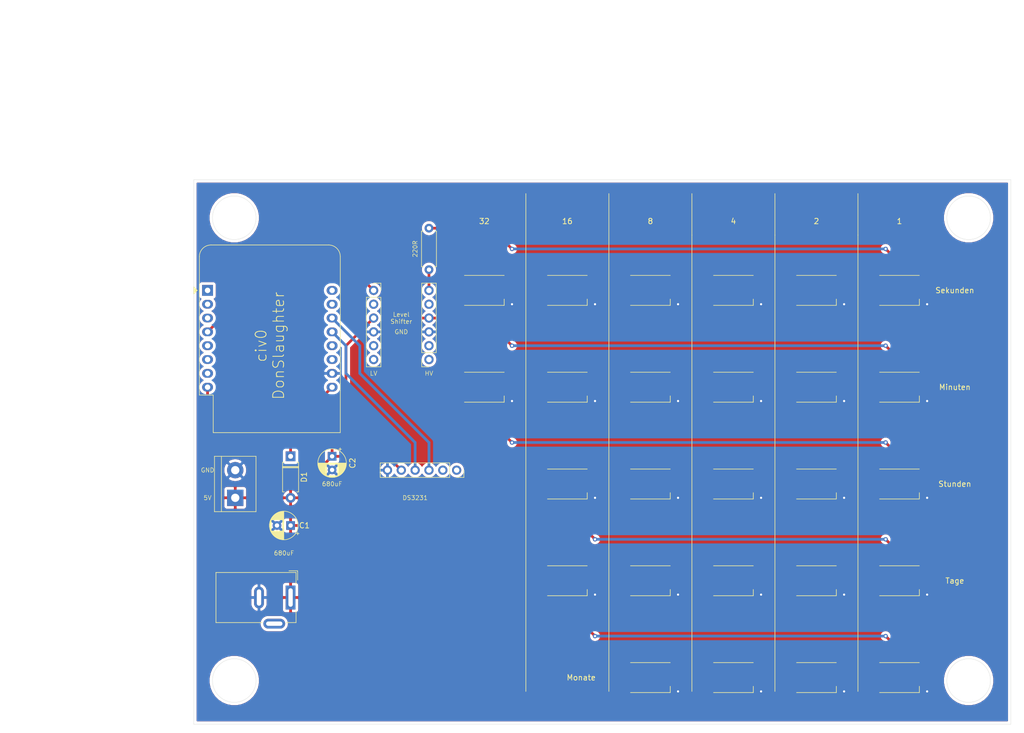
<source format=kicad_pcb>
(kicad_pcb (version 20171130) (host pcbnew 5.1.10)
  (layers (0 F.Cu signal) (31 B.Cu signal) (34 B.Paste user) (35 F.Paste user) (36 B.SilkS user) (37 F.SilkS user) (38 B.Mask user) (39 F.Mask user) (44 Edge.Cuts user))
  (net 0 "")
  (net 1 GND)
  (net 2 +5V)
  (net 3 +3V3)
  (net 4 "Net-(D1-Pad1)")
  (net 5 "Net-(D2-Pad2)")
  (net 6 "Net-(D2-Pad4)")
  (net 7 "Net-(D3-Pad2)")
  (net 8 "Net-(D4-Pad2)")
  (net 9 "Net-(D5-Pad2)")
  (net 10 "Net-(D6-Pad2)")
  (net 11 minutes)
  (net 12 "Net-(D8-Pad2)")
  (net 13 "Net-(D10-Pad4)")
  (net 14 "Net-(D10-Pad2)")
  (net 15 "Net-(D11-Pad2)")
  (net 16 "Net-(D12-Pad2)")
  (net 17 hours)
  (net 18 "Net-(D14-Pad2)")
  (net 19 "Net-(D15-Pad2)")
  (net 20 "Net-(D16-Pad2)")
  (net 21 "Net-(D17-Pad2)")
  (net 22 days)
  (net 23 "Net-(D19-Pad2)")
  (net 24 "Net-(D20-Pad2)")
  (net 25 "Net-(D21-Pad2)")
  (net 26 "Net-(D22-Pad2)")
  (net 27 month)
  (net 28 "Net-(D24-Pad2)")
  (net 29 "Net-(D25-Pad2)")
  (net 30 "Net-(D26-Pad2)")
  (net 31 "Net-(D27-Pad2)")
  (net 32 "Net-(J3-Pad6)")
  (net 33 "Net-(J3-Pad5)")
  (net 34 "Net-(J3-Pad2)")
  (net 35 LV_LED)
  (net 36 "Net-(J4-Pad1)")
  (net 37 "Net-(J4-Pad2)")
  (net 38 "Net-(J4-Pad5)")
  (net 39 HV_LED)
  (net 40 "Net-(U1-Pad2)")
  (net 41 "Net-(U1-Pad1)")
  (net 42 "Net-(U1-Pad3)")
  (net 43 "Net-(U1-Pad5)")
  (net 44 "Net-(U1-Pad6)")
  (net 45 "Net-(U1-Pad7)")
  (net 46 "Net-(U1-Pad11)")
  (net 47 "Net-(U1-Pad12)")
  (net 48 "Net-(U1-Pad15)")
  (net 49 "Net-(U1-Pad16)")
  (net 50 SDA)
  (net 51 SCL)
  (net 52 "Net-(J5-Pad2)")
  (net 53 "Net-(J5-Pad1)")
  (module Connector_PinSocket_2.54mm:PinSocket_1x06_P2.54mm_Vertical (layer F.Cu) (at 83.82 86.36 270)
    (fp_text reference J5)
    (fp_text value DS3231)
    (pad 6 thru_hole oval (at 0 12.7 270) (size 1.7 1.7) (drill 1) (layers *.Cu *.Mask) (net 1 GND))
    (pad 5 thru_hole oval (at 0 10.16 270) (size 1.7 1.7) (drill 1) (layers *.Cu *.Mask) (net 3 +3V3))
    (pad 4 thru_hole oval (at 0 7.62 270) (size 1.7 1.7) (drill 1) (layers *.Cu *.Mask) (net 50 SDA))
    (pad 3 thru_hole oval (at 0 5.08 270) (size 1.7 1.7) (drill 1) (layers *.Cu *.Mask) (net 51 SCL))
    (pad 2 thru_hole oval (at 0 2.54 270) (size 1.7 1.7) (drill 1) (layers *.Cu *.Mask) (net 52 "Net-(J5-Pad2)"))
    (pad 1 thru_hole circle (at 0 0 270) (size 1.7 1.7) (drill 1) (layers *.Cu *.Mask) (net 53 "Net-(J5-Pad1)"))
  )
  (module Capacitor_THT:CP_Radial_D5.0mm_P2.50mm (layer F.Cu) (at 53.34 96.52 180)
    (fp_text reference C1 (at -2.54 0) (layer F.SilkS))
    (fp_text value 680uF)
    (pad 2 thru_hole circle (at 2.5 0 180) (size 1.6 1.6) (drill 0.8) (layers *.Cu *.Mask) (net 1 GND))
    (pad 1 thru_hole rect (at 0 0 180) (size 1.6 1.6) (drill 0.8) (layers *.Cu *.Mask) (net 2 +5V))
  )
  (module Capacitor_THT:CP_Radial_D5.0mm_P2.50mm (layer F.Cu) (at 60.96 83.82 270)
    (fp_text reference C2 (at 1.25 -3.75 90) (layer F.SilkS))
    (fp_text value 680uF)
    (pad 1 thru_hole rect (at 0 0 270) (size 1.6 1.6) (drill 0.8) (layers *.Cu *.Mask) (net 3 +3V3))
    (pad 2 thru_hole circle (at 2.5 0 270) (size 1.6 1.6) (drill 0.8) (layers *.Cu *.Mask) (net 1 GND))
  )
  (module Diode_THT:D_A-405_P7.62mm_Horizontal (layer F.Cu) (at 53.34 83.82 270)
    (fp_text reference D1 (at 3.81 -2.47 90) (layer F.SilkS))
    (fp_text value D_Schottky)
    (pad 1 thru_hole rect (at 0 0 270) (size 1.8 1.8) (drill 0.9) (layers *.Cu *.Mask) (net 4 "Net-(D1-Pad1)"))
    (pad 2 thru_hole oval (at 7.62 0 270) (size 1.8 1.8) (drill 0.9) (layers *.Cu *.Mask) (net 2 +5V))
  )
  (module LED_SMD:LED_WS2812B_PLCC4_5.0x5.0mm_P3.2mm (layer F.Cu) (at 165.1 53.34)
    (fp_text reference D2)
    (fp_text value WS2812B)
    (pad 1 smd rect (at -2.45 -1.6) (size 1.5 1) (layers F.Cu F.Paste F.Mask) (net 2 +5V))
    (pad 2 smd rect (at -2.45 1.6) (size 1.5 1) (layers F.Cu F.Paste F.Mask) (net 5 "Net-(D2-Pad2)"))
    (pad 4 smd rect (at 2.45 -1.6) (size 1.5 1) (layers F.Cu F.Paste F.Mask) (net 6 "Net-(D2-Pad4)"))
    (pad 3 smd rect (at 2.45 1.6) (size 1.5 1) (layers F.Cu F.Paste F.Mask) (net 1 GND))
  )
  (module LED_SMD:LED_WS2812B_PLCC4_5.0x5.0mm_P3.2mm (layer F.Cu) (at 149.86 53.34)
    (fp_text reference D3)
    (fp_text value WS2812B)
    (pad 3 smd rect (at 2.45 1.6) (size 1.5 1) (layers F.Cu F.Paste F.Mask) (net 1 GND))
    (pad 4 smd rect (at 2.45 -1.6) (size 1.5 1) (layers F.Cu F.Paste F.Mask) (net 5 "Net-(D2-Pad2)"))
    (pad 2 smd rect (at -2.45 1.6) (size 1.5 1) (layers F.Cu F.Paste F.Mask) (net 7 "Net-(D3-Pad2)"))
    (pad 1 smd rect (at -2.45 -1.6) (size 1.5 1) (layers F.Cu F.Paste F.Mask) (net 2 +5V))
  )
  (module LED_SMD:LED_WS2812B_PLCC4_5.0x5.0mm_P3.2mm (layer F.Cu) (at 134.62 53.34)
    (fp_text reference D4)
    (fp_text value WS2812B)
    (pad 3 smd rect (at 2.45 1.6) (size 1.5 1) (layers F.Cu F.Paste F.Mask) (net 1 GND))
    (pad 4 smd rect (at 2.45 -1.6) (size 1.5 1) (layers F.Cu F.Paste F.Mask) (net 7 "Net-(D3-Pad2)"))
    (pad 2 smd rect (at -2.45 1.6) (size 1.5 1) (layers F.Cu F.Paste F.Mask) (net 8 "Net-(D4-Pad2)"))
    (pad 1 smd rect (at -2.45 -1.6) (size 1.5 1) (layers F.Cu F.Paste F.Mask) (net 2 +5V))
  )
  (module LED_SMD:LED_WS2812B_PLCC4_5.0x5.0mm_P3.2mm (layer F.Cu) (at 119.38 53.34)
    (fp_text reference D5)
    (fp_text value WS2812B)
    (pad 1 smd rect (at -2.45 -1.6) (size 1.5 1) (layers F.Cu F.Paste F.Mask) (net 2 +5V))
    (pad 2 smd rect (at -2.45 1.6) (size 1.5 1) (layers F.Cu F.Paste F.Mask) (net 9 "Net-(D5-Pad2)"))
    (pad 4 smd rect (at 2.45 -1.6) (size 1.5 1) (layers F.Cu F.Paste F.Mask) (net 8 "Net-(D4-Pad2)"))
    (pad 3 smd rect (at 2.45 1.6) (size 1.5 1) (layers F.Cu F.Paste F.Mask) (net 1 GND))
  )
  (module LED_SMD:LED_WS2812B_PLCC4_5.0x5.0mm_P3.2mm (layer F.Cu) (at 104.14 53.34)
    (fp_text reference D6)
    (fp_text value WS2812B)
    (pad 1 smd rect (at -2.45 -1.6) (size 1.5 1) (layers F.Cu F.Paste F.Mask) (net 2 +5V))
    (pad 2 smd rect (at -2.45 1.6) (size 1.5 1) (layers F.Cu F.Paste F.Mask) (net 10 "Net-(D6-Pad2)"))
    (pad 4 smd rect (at 2.45 -1.6) (size 1.5 1) (layers F.Cu F.Paste F.Mask) (net 9 "Net-(D5-Pad2)"))
    (pad 3 smd rect (at 2.45 1.6) (size 1.5 1) (layers F.Cu F.Paste F.Mask) (net 1 GND))
  )
  (module LED_SMD:LED_WS2812B_PLCC4_5.0x5.0mm_P3.2mm (layer F.Cu) (at 88.9 53.34)
    (fp_text reference D7)
    (fp_text value WS2812B)
    (pad 3 smd rect (at 2.45 1.6) (size 1.5 1) (layers F.Cu F.Paste F.Mask) (net 1 GND))
    (pad 4 smd rect (at 2.45 -1.6) (size 1.5 1) (layers F.Cu F.Paste F.Mask) (net 10 "Net-(D6-Pad2)"))
    (pad 2 smd rect (at -2.45 1.6) (size 1.5 1) (layers F.Cu F.Paste F.Mask) (net 11 minutes))
    (pad 1 smd rect (at -2.45 -1.6) (size 1.5 1) (layers F.Cu F.Paste F.Mask) (net 2 +5V))
  )
  (module LED_SMD:LED_WS2812B_PLCC4_5.0x5.0mm_P3.2mm (layer F.Cu) (at 165.1 71.12)
    (fp_text reference D8)
    (fp_text value WS2812B)
    (pad 1 smd rect (at -2.45 -1.6) (size 1.5 1) (layers F.Cu F.Paste F.Mask) (net 2 +5V))
    (pad 2 smd rect (at -2.45 1.6) (size 1.5 1) (layers F.Cu F.Paste F.Mask) (net 12 "Net-(D8-Pad2)"))
    (pad 4 smd rect (at 2.45 -1.6) (size 1.5 1) (layers F.Cu F.Paste F.Mask) (net 11 minutes))
    (pad 3 smd rect (at 2.45 1.6) (size 1.5 1) (layers F.Cu F.Paste F.Mask) (net 1 GND))
  )
  (module LED_SMD:LED_WS2812B_PLCC4_5.0x5.0mm_P3.2mm (layer F.Cu) (at 149.86 71.12)
    (fp_text reference D9)
    (fp_text value WS2812B)
    (pad 1 smd rect (at -2.45 -1.6) (size 1.5 1) (layers F.Cu F.Paste F.Mask) (net 2 +5V))
    (pad 2 smd rect (at -2.45 1.6) (size 1.5 1) (layers F.Cu F.Paste F.Mask) (net 13 "Net-(D10-Pad4)"))
    (pad 4 smd rect (at 2.45 -1.6) (size 1.5 1) (layers F.Cu F.Paste F.Mask) (net 12 "Net-(D8-Pad2)"))
    (pad 3 smd rect (at 2.45 1.6) (size 1.5 1) (layers F.Cu F.Paste F.Mask) (net 1 GND))
  )
  (module LED_SMD:LED_WS2812B_PLCC4_5.0x5.0mm_P3.2mm (layer F.Cu) (at 134.62 71.12)
    (fp_text reference D10)
    (fp_text value WS2812B)
    (pad 3 smd rect (at 2.45 1.6) (size 1.5 1) (layers F.Cu F.Paste F.Mask) (net 1 GND))
    (pad 4 smd rect (at 2.45 -1.6) (size 1.5 1) (layers F.Cu F.Paste F.Mask) (net 13 "Net-(D10-Pad4)"))
    (pad 2 smd rect (at -2.45 1.6) (size 1.5 1) (layers F.Cu F.Paste F.Mask) (net 14 "Net-(D10-Pad2)"))
    (pad 1 smd rect (at -2.45 -1.6) (size 1.5 1) (layers F.Cu F.Paste F.Mask) (net 2 +5V))
  )
  (module LED_SMD:LED_WS2812B_PLCC4_5.0x5.0mm_P3.2mm (layer F.Cu) (at 119.38 71.12)
    (fp_text reference D11)
    (fp_text value WS2812B)
    (pad 1 smd rect (at -2.45 -1.6) (size 1.5 1) (layers F.Cu F.Paste F.Mask) (net 2 +5V))
    (pad 2 smd rect (at -2.45 1.6) (size 1.5 1) (layers F.Cu F.Paste F.Mask) (net 15 "Net-(D11-Pad2)"))
    (pad 4 smd rect (at 2.45 -1.6) (size 1.5 1) (layers F.Cu F.Paste F.Mask) (net 14 "Net-(D10-Pad2)"))
    (pad 3 smd rect (at 2.45 1.6) (size 1.5 1) (layers F.Cu F.Paste F.Mask) (net 1 GND))
  )
  (module LED_SMD:LED_WS2812B_PLCC4_5.0x5.0mm_P3.2mm (layer F.Cu) (at 104.14 71.12)
    (fp_text reference D12)
    (fp_text value WS2812B)
    (pad 3 smd rect (at 2.45 1.6) (size 1.5 1) (layers F.Cu F.Paste F.Mask) (net 1 GND))
    (pad 4 smd rect (at 2.45 -1.6) (size 1.5 1) (layers F.Cu F.Paste F.Mask) (net 15 "Net-(D11-Pad2)"))
    (pad 2 smd rect (at -2.45 1.6) (size 1.5 1) (layers F.Cu F.Paste F.Mask) (net 16 "Net-(D12-Pad2)"))
    (pad 1 smd rect (at -2.45 -1.6) (size 1.5 1) (layers F.Cu F.Paste F.Mask) (net 2 +5V))
  )
  (module LED_SMD:LED_WS2812B_PLCC4_5.0x5.0mm_P3.2mm (layer F.Cu) (at 88.9 71.12)
    (fp_text reference D13)
    (fp_text value WS2812B)
    (pad 1 smd rect (at -2.45 -1.6) (size 1.5 1) (layers F.Cu F.Paste F.Mask) (net 2 +5V))
    (pad 2 smd rect (at -2.45 1.6) (size 1.5 1) (layers F.Cu F.Paste F.Mask) (net 17 hours))
    (pad 4 smd rect (at 2.45 -1.6) (size 1.5 1) (layers F.Cu F.Paste F.Mask) (net 16 "Net-(D12-Pad2)"))
    (pad 3 smd rect (at 2.45 1.6) (size 1.5 1) (layers F.Cu F.Paste F.Mask) (net 1 GND))
  )
  (module LED_SMD:LED_WS2812B_PLCC4_5.0x5.0mm_P3.2mm (layer F.Cu) (at 165.1 88.9)
    (fp_text reference D14)
    (fp_text value WS2812B)
    (pad 3 smd rect (at 2.45 1.6) (size 1.5 1) (layers F.Cu F.Paste F.Mask) (net 1 GND))
    (pad 4 smd rect (at 2.45 -1.6) (size 1.5 1) (layers F.Cu F.Paste F.Mask) (net 17 hours))
    (pad 2 smd rect (at -2.45 1.6) (size 1.5 1) (layers F.Cu F.Paste F.Mask) (net 18 "Net-(D14-Pad2)"))
    (pad 1 smd rect (at -2.45 -1.6) (size 1.5 1) (layers F.Cu F.Paste F.Mask) (net 2 +5V))
  )
  (module LED_SMD:LED_WS2812B_PLCC4_5.0x5.0mm_P3.2mm (layer F.Cu) (at 149.86 88.9)
    (fp_text reference D15)
    (fp_text value WS2812B)
    (pad 1 smd rect (at -2.45 -1.6) (size 1.5 1) (layers F.Cu F.Paste F.Mask) (net 2 +5V))
    (pad 2 smd rect (at -2.45 1.6) (size 1.5 1) (layers F.Cu F.Paste F.Mask) (net 19 "Net-(D15-Pad2)"))
    (pad 4 smd rect (at 2.45 -1.6) (size 1.5 1) (layers F.Cu F.Paste F.Mask) (net 18 "Net-(D14-Pad2)"))
    (pad 3 smd rect (at 2.45 1.6) (size 1.5 1) (layers F.Cu F.Paste F.Mask) (net 1 GND))
  )
  (module LED_SMD:LED_WS2812B_PLCC4_5.0x5.0mm_P3.2mm (layer F.Cu) (at 134.62 88.9)
    (fp_text reference D16)
    (fp_text value WS2812B)
    (pad 3 smd rect (at 2.45 1.6) (size 1.5 1) (layers F.Cu F.Paste F.Mask) (net 1 GND))
    (pad 4 smd rect (at 2.45 -1.6) (size 1.5 1) (layers F.Cu F.Paste F.Mask) (net 19 "Net-(D15-Pad2)"))
    (pad 2 smd rect (at -2.45 1.6) (size 1.5 1) (layers F.Cu F.Paste F.Mask) (net 20 "Net-(D16-Pad2)"))
    (pad 1 smd rect (at -2.45 -1.6) (size 1.5 1) (layers F.Cu F.Paste F.Mask) (net 2 +5V))
  )
  (module LED_SMD:LED_WS2812B_PLCC4_5.0x5.0mm_P3.2mm (layer F.Cu) (at 119.38 88.9)
    (fp_text reference D17)
    (fp_text value WS2812B)
    (pad 3 smd rect (at 2.45 1.6) (size 1.5 1) (layers F.Cu F.Paste F.Mask) (net 1 GND))
    (pad 4 smd rect (at 2.45 -1.6) (size 1.5 1) (layers F.Cu F.Paste F.Mask) (net 20 "Net-(D16-Pad2)"))
    (pad 2 smd rect (at -2.45 1.6) (size 1.5 1) (layers F.Cu F.Paste F.Mask) (net 21 "Net-(D17-Pad2)"))
    (pad 1 smd rect (at -2.45 -1.6) (size 1.5 1) (layers F.Cu F.Paste F.Mask) (net 2 +5V))
  )
  (module LED_SMD:LED_WS2812B_PLCC4_5.0x5.0mm_P3.2mm (layer F.Cu) (at 104.14 88.9)
    (fp_text reference D18)
    (fp_text value WS2812B)
    (pad 3 smd rect (at 2.45 1.6) (size 1.5 1) (layers F.Cu F.Paste F.Mask) (net 1 GND))
    (pad 4 smd rect (at 2.45 -1.6) (size 1.5 1) (layers F.Cu F.Paste F.Mask) (net 21 "Net-(D17-Pad2)"))
    (pad 2 smd rect (at -2.45 1.6) (size 1.5 1) (layers F.Cu F.Paste F.Mask) (net 22 days))
    (pad 1 smd rect (at -2.45 -1.6) (size 1.5 1) (layers F.Cu F.Paste F.Mask) (net 2 +5V))
  )
  (module LED_SMD:LED_WS2812B_PLCC4_5.0x5.0mm_P3.2mm (layer F.Cu) (at 165.1 106.68)
    (fp_text reference D19)
    (fp_text value WS2812B)
    (pad 1 smd rect (at -2.45 -1.6) (size 1.5 1) (layers F.Cu F.Paste F.Mask) (net 2 +5V))
    (pad 2 smd rect (at -2.45 1.6) (size 1.5 1) (layers F.Cu F.Paste F.Mask) (net 23 "Net-(D19-Pad2)"))
    (pad 4 smd rect (at 2.45 -1.6) (size 1.5 1) (layers F.Cu F.Paste F.Mask) (net 22 days))
    (pad 3 smd rect (at 2.45 1.6) (size 1.5 1) (layers F.Cu F.Paste F.Mask) (net 1 GND))
  )
  (module LED_SMD:LED_WS2812B_PLCC4_5.0x5.0mm_P3.2mm (layer F.Cu) (at 149.86 106.68)
    (fp_text reference D20)
    (fp_text value WS2812B)
    (pad 3 smd rect (at 2.45 1.6) (size 1.5 1) (layers F.Cu F.Paste F.Mask) (net 1 GND))
    (pad 4 smd rect (at 2.45 -1.6) (size 1.5 1) (layers F.Cu F.Paste F.Mask) (net 23 "Net-(D19-Pad2)"))
    (pad 2 smd rect (at -2.45 1.6) (size 1.5 1) (layers F.Cu F.Paste F.Mask) (net 24 "Net-(D20-Pad2)"))
    (pad 1 smd rect (at -2.45 -1.6) (size 1.5 1) (layers F.Cu F.Paste F.Mask) (net 2 +5V))
  )
  (module LED_SMD:LED_WS2812B_PLCC4_5.0x5.0mm_P3.2mm (layer F.Cu) (at 134.62 106.68)
    (fp_text reference D21)
    (fp_text value WS2812B)
    (pad 1 smd rect (at -2.45 -1.6) (size 1.5 1) (layers F.Cu F.Paste F.Mask) (net 2 +5V))
    (pad 2 smd rect (at -2.45 1.6) (size 1.5 1) (layers F.Cu F.Paste F.Mask) (net 25 "Net-(D21-Pad2)"))
    (pad 4 smd rect (at 2.45 -1.6) (size 1.5 1) (layers F.Cu F.Paste F.Mask) (net 24 "Net-(D20-Pad2)"))
    (pad 3 smd rect (at 2.45 1.6) (size 1.5 1) (layers F.Cu F.Paste F.Mask) (net 1 GND))
  )
  (module LED_SMD:LED_WS2812B_PLCC4_5.0x5.0mm_P3.2mm (layer F.Cu) (at 119.38 106.68)
    (fp_text reference D22)
    (fp_text value WS2812B)
    (pad 3 smd rect (at 2.45 1.6) (size 1.5 1) (layers F.Cu F.Paste F.Mask) (net 1 GND))
    (pad 4 smd rect (at 2.45 -1.6) (size 1.5 1) (layers F.Cu F.Paste F.Mask) (net 25 "Net-(D21-Pad2)"))
    (pad 2 smd rect (at -2.45 1.6) (size 1.5 1) (layers F.Cu F.Paste F.Mask) (net 26 "Net-(D22-Pad2)"))
    (pad 1 smd rect (at -2.45 -1.6) (size 1.5 1) (layers F.Cu F.Paste F.Mask) (net 2 +5V))
  )
  (module LED_SMD:LED_WS2812B_PLCC4_5.0x5.0mm_P3.2mm (layer F.Cu) (at 104.14 106.68)
    (fp_text reference D23)
    (fp_text value WS2812B)
    (pad 1 smd rect (at -2.45 -1.6) (size 1.5 1) (layers F.Cu F.Paste F.Mask) (net 2 +5V))
    (pad 2 smd rect (at -2.45 1.6) (size 1.5 1) (layers F.Cu F.Paste F.Mask) (net 27 month))
    (pad 4 smd rect (at 2.45 -1.6) (size 1.5 1) (layers F.Cu F.Paste F.Mask) (net 26 "Net-(D22-Pad2)"))
    (pad 3 smd rect (at 2.45 1.6) (size 1.5 1) (layers F.Cu F.Paste F.Mask) (net 1 GND))
  )
  (module LED_SMD:LED_WS2812B_PLCC4_5.0x5.0mm_P3.2mm (layer F.Cu) (at 165.1 124.46)
    (fp_text reference D24)
    (fp_text value WS2812B)
    (pad 1 smd rect (at -2.45 -1.6) (size 1.5 1) (layers F.Cu F.Paste F.Mask) (net 2 +5V))
    (pad 2 smd rect (at -2.45 1.6) (size 1.5 1) (layers F.Cu F.Paste F.Mask) (net 28 "Net-(D24-Pad2)"))
    (pad 4 smd rect (at 2.45 -1.6) (size 1.5 1) (layers F.Cu F.Paste F.Mask) (net 27 month))
    (pad 3 smd rect (at 2.45 1.6) (size 1.5 1) (layers F.Cu F.Paste F.Mask) (net 1 GND))
  )
  (module LED_SMD:LED_WS2812B_PLCC4_5.0x5.0mm_P3.2mm (layer F.Cu) (at 149.86 124.46)
    (fp_text reference D25)
    (fp_text value WS2812B)
    (pad 3 smd rect (at 2.45 1.6) (size 1.5 1) (layers F.Cu F.Paste F.Mask) (net 1 GND))
    (pad 4 smd rect (at 2.45 -1.6) (size 1.5 1) (layers F.Cu F.Paste F.Mask) (net 28 "Net-(D24-Pad2)"))
    (pad 2 smd rect (at -2.45 1.6) (size 1.5 1) (layers F.Cu F.Paste F.Mask) (net 29 "Net-(D25-Pad2)"))
    (pad 1 smd rect (at -2.45 -1.6) (size 1.5 1) (layers F.Cu F.Paste F.Mask) (net 2 +5V))
  )
  (module LED_SMD:LED_WS2812B_PLCC4_5.0x5.0mm_P3.2mm (layer F.Cu) (at 134.62 124.46)
    (fp_text reference D26)
    (fp_text value WS2812B)
    (pad 3 smd rect (at 2.45 1.6) (size 1.5 1) (layers F.Cu F.Paste F.Mask) (net 1 GND))
    (pad 4 smd rect (at 2.45 -1.6) (size 1.5 1) (layers F.Cu F.Paste F.Mask) (net 29 "Net-(D25-Pad2)"))
    (pad 2 smd rect (at -2.45 1.6) (size 1.5 1) (layers F.Cu F.Paste F.Mask) (net 30 "Net-(D26-Pad2)"))
    (pad 1 smd rect (at -2.45 -1.6) (size 1.5 1) (layers F.Cu F.Paste F.Mask) (net 2 +5V))
  )
  (module LED_SMD:LED_WS2812B_PLCC4_5.0x5.0mm_P3.2mm (layer F.Cu) (at 119.38 124.46)
    (fp_text reference D27)
    (fp_text value WS2812B)
    (pad 1 smd rect (at -2.45 -1.6) (size 1.5 1) (layers F.Cu F.Paste F.Mask) (net 2 +5V))
    (pad 2 smd rect (at -2.45 1.6) (size 1.5 1) (layers F.Cu F.Paste F.Mask) (net 31 "Net-(D27-Pad2)"))
    (pad 4 smd rect (at 2.45 -1.6) (size 1.5 1) (layers F.Cu F.Paste F.Mask) (net 30 "Net-(D26-Pad2)"))
    (pad 3 smd rect (at 2.45 1.6) (size 1.5 1) (layers F.Cu F.Paste F.Mask) (net 1 GND))
  )
  (module Connector_BarrelJack:BarrelJack_Wuerth_6941xx301002 (layer F.Cu) (at 53.34 109.7534 270)
    (fp_text reference J1)
    (fp_text value Barrel_Jack)
    (pad 3 thru_hole oval (at 4.8 3) (size 4 1.8) (drill oval 3 0.8) (layers *.Cu *.Mask))
    (pad 2 thru_hole oval (at 0 5.8 270) (size 4 1.8) (drill oval 3 0.8) (layers *.Cu *.Mask) (net 1 GND))
    (pad 1 thru_hole rect (at 0 0 270) (size 4.4 1.8) (drill oval 3.4 0.8) (layers *.Cu *.Mask) (net 2 +5V))
  )
  (module TerminalBlock:TerminalBlock_bornier-2_P5.08mm (layer F.Cu) (at 43.18 86.36 270)
    (fp_text reference J2)
    (fp_text value Screw_Terminal_01x02)
    (pad 1 thru_hole circle (at 0 0 270) (size 3 3) (drill 1.52) (layers *.Cu *.Mask) (net 1 GND))
    (pad 2 thru_hole rect (at 5.08 0 270) (size 3 3) (drill 1.52) (layers *.Cu *.Mask) (net 2 +5V))
  )
  (module Connector_PinSocket_2.54mm:PinSocket_1x06_P2.54mm_Vertical (layer F.Cu) (at 68.58 53.34)
    (fp_text reference J3)
    (fp_text value LevelShifter_LV)
    (pad 6 thru_hole oval (at 0 12.7) (size 1.7 1.7) (drill 1) (layers *.Cu *.Mask) (net 32 "Net-(J3-Pad6)"))
    (pad 5 thru_hole oval (at 0 10.16) (size 1.7 1.7) (drill 1) (layers *.Cu *.Mask) (net 33 "Net-(J3-Pad5)"))
    (pad 4 thru_hole oval (at 0 7.62) (size 1.7 1.7) (drill 1) (layers *.Cu *.Mask) (net 1 GND))
    (pad 3 thru_hole oval (at 0 5.08) (size 1.7 1.7) (drill 1) (layers *.Cu *.Mask) (net 3 +3V3))
    (pad 2 thru_hole oval (at 0 2.54) (size 1.7 1.7) (drill 1) (layers *.Cu *.Mask) (net 34 "Net-(J3-Pad2)"))
    (pad 1 thru_hole circle (at 0 0) (size 1.7 1.7) (drill 1) (layers *.Cu *.Mask) (net 35 LV_LED))
  )
  (module Connector_PinSocket_2.54mm:PinSocket_1x06_P2.54mm_Vertical (layer F.Cu) (at 78.74 66.04 180)
    (fp_text reference J4)
    (fp_text value LevelShifter_HV)
    (pad 1 thru_hole circle (at 0 0 180) (size 1.7 1.7) (drill 1) (layers *.Cu *.Mask) (net 36 "Net-(J4-Pad1)"))
    (pad 2 thru_hole oval (at 0 2.54 180) (size 1.7 1.7) (drill 1) (layers *.Cu *.Mask) (net 37 "Net-(J4-Pad2)"))
    (pad 3 thru_hole oval (at 0 5.08 180) (size 1.7 1.7) (drill 1) (layers *.Cu *.Mask) (net 1 GND))
    (pad 4 thru_hole oval (at 0 7.62 180) (size 1.7 1.7) (drill 1) (layers *.Cu *.Mask) (net 2 +5V))
    (pad 5 thru_hole oval (at 0 10.16 180) (size 1.7 1.7) (drill 1) (layers *.Cu *.Mask) (net 38 "Net-(J4-Pad5)"))
    (pad 6 thru_hole oval (at 0 12.7 180) (size 1.7 1.7) (drill 1) (layers *.Cu *.Mask) (net 39 HV_LED))
  )
  (module Resistor_THT:R_Axial_DIN0207_L6.3mm_D2.5mm_P7.62mm_Horizontal (layer F.Cu) (at 78.74 41.91 270)
    (fp_text reference R1)
    (fp_text value 220R)
    (pad 1 thru_hole circle (at 0 0 270) (size 1.6 1.6) (drill 0.8) (layers *.Cu *.Mask) (net 6 "Net-(D2-Pad4)"))
    (pad 2 thru_hole oval (at 7.62 0 270) (size 1.6 1.6) (drill 0.8) (layers *.Cu *.Mask) (net 39 HV_LED))
  )
  (module Module:WEMOS_D1_mini_light (layer F.Cu) (at 38.1 53.34)
    (fp_text reference U1)
    (fp_text value WeMos_D1_mini)
    (pad 2 thru_hole oval (at 0 2.54) (size 2 1.6) (drill 1) (layers *.Cu *.Mask) (net 40 "Net-(U1-Pad2)"))
    (pad 1 thru_hole rect (at 0 0) (size 2 2) (drill 1) (layers *.Cu *.Mask) (net 41 "Net-(U1-Pad1)"))
    (pad 3 thru_hole oval (at 0 5.08) (size 2 1.6) (drill 1) (layers *.Cu *.Mask) (net 42 "Net-(U1-Pad3)"))
    (pad 4 thru_hole oval (at 0 7.62) (size 2 1.6) (drill 1) (layers *.Cu *.Mask) (net 35 LV_LED))
    (pad 5 thru_hole oval (at 0 10.16) (size 2 1.6) (drill 1) (layers *.Cu *.Mask) (net 43 "Net-(U1-Pad5)"))
    (pad 6 thru_hole oval (at 0 12.7) (size 2 1.6) (drill 1) (layers *.Cu *.Mask) (net 44 "Net-(U1-Pad6)"))
    (pad 7 thru_hole oval (at 0 15.24) (size 2 1.6) (drill 1) (layers *.Cu *.Mask) (net 45 "Net-(U1-Pad7)"))
    (pad 8 thru_hole oval (at 0 17.78) (size 2 1.6) (drill 1) (layers *.Cu *.Mask) (net 3 +3V3))
    (pad 9 thru_hole oval (at 22.86 17.78) (size 2 1.6) (drill 1) (layers *.Cu *.Mask) (net 4 "Net-(D1-Pad1)"))
    (pad 10 thru_hole oval (at 22.86 15.24) (size 2 1.6) (drill 1) (layers *.Cu *.Mask) (net 1 GND))
    (pad 11 thru_hole oval (at 22.86 12.7) (size 2 1.6) (drill 1) (layers *.Cu *.Mask) (net 46 "Net-(U1-Pad11)"))
    (pad 12 thru_hole oval (at 22.86 10.16) (size 2 1.6) (drill 1) (layers *.Cu *.Mask) (net 47 "Net-(U1-Pad12)"))
    (pad 13 thru_hole oval (at 22.86 7.62) (size 2 1.6) (drill 1) (layers *.Cu *.Mask) (net 50 SDA))
    (pad 14 thru_hole oval (at 22.86 5.08) (size 2 1.6) (drill 1) (layers *.Cu *.Mask) (net 51 SCL))
    (pad 15 thru_hole oval (at 22.86 2.54) (size 2 1.6) (drill 1) (layers *.Cu *.Mask) (net 48 "Net-(U1-Pad15)"))
    (pad 16 thru_hole oval (at 22.86 0) (size 2 1.6) (drill 1) (layers *.Cu *.Mask) (net 49 "Net-(U1-Pad16)"))
  )
  (gr_text 680uF (at 52.134887 101.6) (layer F.SilkS) (effects (font (size 0.8 0.8) (thickness 0.1))))
  (gr_text 680uF (at 60.96 88.9) (layer F.SilkS) (effects (font (size 0.8 0.8) (thickness 0.1))))
  (gr_text 220R (at 76.2 45.72 90) (layer F.SilkS) (effects (font (size 0.8 0.8) (thickness 0.1))))
  (gr_text GND (at 38.1 86.36) (layer F.SilkS) (effects (font (size 0.8 0.8) (thickness 0.1))))
  (gr_text 5V (at 38.1 91.44) (layer F.SilkS) (effects (font (size 0.8 0.8) (thickness 0.1))))
  (gr_text GND (at 73.66 60.96) (layer F.SilkS) (effects (font (size 0.8 0.8) (thickness 0.1))))
  (gr_text HV (at 78.74 68.58) (layer F.SilkS) (effects (font (size 0.8 0.8) (thickness 0.1))))
  (gr_text LV (at 68.58 68.58) (layer F.SilkS) (effects (font (size 0.8 0.8) (thickness 0.1))))
  (gr_text "Level\nShifter" (at 73.66 58.42) (layer F.SilkS) (effects (font (size 0.8 0.8) (thickness 0.1))))
  (gr_text DS3231 (at 76.2 91.44) (layer F.SilkS) (effects (font (size 0.8 0.8) (thickness 0.1))))
  (gr_text "civ0\nDonSlaughter" (at 49.53 63.5 90) (layer F.SilkS) (effects (font (size 2 2))))
  (gr_text 32 (at 88.9 40.64) (layer F.SilkS) (effects (font (size 1 1))))
  (gr_text 16 (at 104.14 40.64) (layer F.SilkS) (effects (font (size 1 1))))
  (gr_text 8 (at 119.38 40.64) (layer F.SilkS) (effects (font (size 1 1))))
  (gr_text 4 (at 134.62 40.64) (layer F.SilkS) (effects (font (size 1 1))))
  (gr_text 2 (at 149.86 40.64) (layer F.SilkS) (effects (font (size 1 1))))
  (gr_text 1 (at 165.1 40.64) (layer F.SilkS) (effects (font (size 1 1))))
  (gr_line (start 96.52 35.56) (end 96.52 127) (layer F.SilkS) (width 0.12))
  (gr_line (start 111.76 35.56) (end 111.76 127) (layer F.SilkS) (width 0.12))
  (gr_line (start 127 35.56) (end 127 43.18) (layer F.SilkS) (width 0.12))
  (gr_line (start 142.24 43.18) (end 142.24 35.56) (layer F.SilkS) (width 0.12))
  (gr_line (start 157.48 43.18) (end 157.48 35.56) (layer F.SilkS) (width 0.12))
  (gr_line (start 127 127) (end 127 43.18) (layer F.SilkS) (width 0.12))
  (gr_line (start 142.24 43.18) (end 142.24 127) (layer F.SilkS) (width 0.12))
  (gr_line (start 157.48 127) (end 157.48 43.18) (layer F.SilkS) (width 0.12))
  (gr_text Monate (at 106.68 124.46) (layer F.SilkS) (effects (font (size 1 1))))
  (gr_text Tage (at 175.26 106.68) (layer F.SilkS) (effects (font (size 1 1))))
  (gr_text Stunden (at 175.26 88.9) (layer F.SilkS) (effects (font (size 1 1))))
  (gr_text Minuten (at 175.26 71.12) (layer F.SilkS) (effects (font (size 1 1))))
  (gr_text Sekunden (at 175.26 53.34) (layer F.SilkS) (effects (font (size 1 1))))
  (gr_circle (center 177.8 125) (end 181.8 125) (layer Edge.Cuts) (width 0.05))
  (gr_circle (center 177.8 40) (end 181.8 40) (layer Edge.Cuts) (width 0.05))
  (gr_circle (center 43 40) (end 47 40) (layer Edge.Cuts) (width 0.05))
  (gr_circle (center 43 125) (end 47 125) (layer Edge.Cuts) (width 0.05))
  (gr_line (start 185.56 33.02) (end 185.56 133.02) (layer Edge.Cuts) (width 0.05))
  (gr_line (start 35.56 133.02) (end 185.56 133.02) (layer Edge.Cuts) (width 0.05))
  (gr_line (start 35.56 33.02) (end 35.56 133.02) (layer Edge.Cuts) (width 0.05))
  (gr_line (start 35.56 33.02) (end 185.56 33.02) (layer Edge.Cuts) (width 0.05))
  (via (at 170.18 55.88) (size 0.8) (drill 0.4) (layers F.Cu B.Cu) (net 1))
  (segment (start 169.24 54.94) (end 170.18 55.88) (width 0.5) (layer F.Cu) (net 1))
  (segment (start 167.55 54.94) (end 169.24 54.94) (width 0.5) (layer F.Cu) (net 1))
  (segment (start 152.31 54.94) (end 154 54.94) (width 0.5) (layer F.Cu) (net 1))
  (via (at 154.94 55.88) (size 0.8) (drill 0.4) (layers F.Cu B.Cu) (net 1))
  (segment (start 154 54.94) (end 154.94 55.88) (width 0.5) (layer F.Cu) (net 1))
  (segment (start 137.07 54.94) (end 138.76 54.94) (width 0.5) (layer F.Cu) (net 1))
  (via (at 139.7 55.88) (size 0.8) (drill 0.4) (layers F.Cu B.Cu) (net 1))
  (segment (start 138.76 54.94) (end 139.7 55.88) (width 0.5) (layer F.Cu) (net 1))
  (via (at 124.46 55.88) (size 0.8) (drill 0.4) (layers F.Cu B.Cu) (net 1))
  (segment (start 123.52 54.94) (end 124.46 55.88) (width 0.5) (layer F.Cu) (net 1))
  (segment (start 121.83 54.94) (end 123.52 54.94) (width 0.5) (layer F.Cu) (net 1))
  (via (at 109.22 55.88) (size 0.8) (drill 0.4) (layers F.Cu B.Cu) (net 1))
  (segment (start 108.28 54.94) (end 109.22 55.88) (width 0.5) (layer F.Cu) (net 1))
  (segment (start 106.59 54.94) (end 108.28 54.94) (width 0.5) (layer F.Cu) (net 1))
  (segment (start 91.35 54.94) (end 93.04 54.94) (width 0.5) (layer F.Cu) (net 1))
  (via (at 93.98 55.88) (size 0.8) (drill 0.4) (layers F.Cu B.Cu) (net 1))
  (segment (start 93.04 54.94) (end 93.98 55.88) (width 0.5) (layer F.Cu) (net 1))
  (via (at 93.98 73.66) (size 0.8) (drill 0.4) (layers F.Cu B.Cu) (net 1))
  (segment (start 93.04 72.72) (end 93.98 73.66) (width 0.5) (layer F.Cu) (net 1))
  (segment (start 91.35 72.72) (end 93.04 72.72) (width 0.5) (layer F.Cu) (net 1))
  (via (at 109.22 73.66) (size 0.8) (drill 0.4) (layers F.Cu B.Cu) (net 1))
  (segment (start 108.28 72.72) (end 109.22 73.66) (width 0.5) (layer F.Cu) (net 1))
  (segment (start 106.59 72.72) (end 108.28 72.72) (width 0.5) (layer F.Cu) (net 1))
  (via (at 124.46 73.66) (size 0.8) (drill 0.4) (layers F.Cu B.Cu) (net 1))
  (segment (start 123.52 72.72) (end 124.46 73.66) (width 0.5) (layer F.Cu) (net 1))
  (segment (start 121.83 72.72) (end 123.52 72.72) (width 0.5) (layer F.Cu) (net 1))
  (via (at 139.7 73.66) (size 0.8) (drill 0.4) (layers F.Cu B.Cu) (net 1))
  (segment (start 138.76 72.72) (end 139.7 73.66) (width 0.5) (layer F.Cu) (net 1))
  (segment (start 137.07 72.72) (end 138.76 72.72) (width 0.5) (layer F.Cu) (net 1))
  (segment (start 154 72.72) (end 154.94 73.66) (width 0.5) (layer F.Cu) (net 1))
  (via (at 154.94 73.66) (size 0.8) (drill 0.4) (layers F.Cu B.Cu) (net 1))
  (segment (start 152.31 72.72) (end 154 72.72) (width 0.5) (layer F.Cu) (net 1))
  (via (at 170.18 73.66) (size 0.8) (drill 0.4) (layers F.Cu B.Cu) (net 1))
  (segment (start 169.24 72.72) (end 170.18 73.66) (width 0.5) (layer F.Cu) (net 1))
  (segment (start 167.55 72.72) (end 169.24 72.72) (width 0.5) (layer F.Cu) (net 1))
  (via (at 170.18 91.44) (size 0.8) (drill 0.4) (layers F.Cu B.Cu) (net 1))
  (segment (start 169.24 90.5) (end 170.18 91.44) (width 0.5) (layer F.Cu) (net 1))
  (segment (start 167.55 90.5) (end 169.24 90.5) (width 0.5) (layer F.Cu) (net 1))
  (via (at 154.94 91.44) (size 0.8) (drill 0.4) (layers F.Cu B.Cu) (net 1))
  (segment (start 154 90.5) (end 154.94 91.44) (width 0.5) (layer F.Cu) (net 1))
  (segment (start 152.31 90.5) (end 154 90.5) (width 0.5) (layer F.Cu) (net 1))
  (segment (start 138.76 90.5) (end 139.7 91.44) (width 0.5) (layer F.Cu) (net 1))
  (via (at 139.7 91.44) (size 0.8) (drill 0.4) (layers F.Cu B.Cu) (net 1))
  (segment (start 137.07 90.5) (end 138.76 90.5) (width 0.5) (layer F.Cu) (net 1))
  (via (at 124.46 91.44) (size 0.8) (drill 0.4) (layers F.Cu B.Cu) (net 1))
  (segment (start 123.52 90.5) (end 124.46 91.44) (width 0.5) (layer F.Cu) (net 1))
  (segment (start 121.83 90.5) (end 123.52 90.5) (width 0.5) (layer F.Cu) (net 1))
  (via (at 109.22 91.44) (size 0.8) (drill 0.4) (layers F.Cu B.Cu) (net 1))
  (segment (start 108.28 90.5) (end 109.22 91.44) (width 0.5) (layer F.Cu) (net 1))
  (segment (start 106.59 90.5) (end 108.28 90.5) (width 0.5) (layer F.Cu) (net 1))
  (via (at 109.22 109.22) (size 0.8) (drill 0.4) (layers F.Cu B.Cu) (net 1))
  (segment (start 108.28 108.28) (end 109.22 109.22) (width 0.5) (layer F.Cu) (net 1))
  (segment (start 106.59 108.28) (end 108.28 108.28) (width 0.5) (layer F.Cu) (net 1))
  (via (at 124.46 109.22) (size 0.8) (drill 0.4) (layers F.Cu B.Cu) (net 1))
  (segment (start 123.52 108.28) (end 124.46 109.22) (width 0.5) (layer F.Cu) (net 1))
  (segment (start 121.83 108.28) (end 123.52 108.28) (width 0.5) (layer F.Cu) (net 1))
  (via (at 139.7 109.22) (size 0.8) (drill 0.4) (layers F.Cu B.Cu) (net 1))
  (segment (start 138.76 108.28) (end 139.7 109.22) (width 0.5) (layer F.Cu) (net 1))
  (segment (start 137.07 108.28) (end 138.76 108.28) (width 0.5) (layer F.Cu) (net 1))
  (via (at 154.94 109.22) (size 0.8) (drill 0.4) (layers F.Cu B.Cu) (net 1))
  (segment (start 154 108.28) (end 154.94 109.22) (width 0.5) (layer F.Cu) (net 1))
  (segment (start 152.31 108.28) (end 154 108.28) (width 0.5) (layer F.Cu) (net 1))
  (via (at 170.18 109.22) (size 0.8) (drill 0.4) (layers F.Cu B.Cu) (net 1))
  (segment (start 169.24 108.28) (end 170.18 109.22) (width 0.5) (layer F.Cu) (net 1))
  (segment (start 167.55 108.28) (end 169.24 108.28) (width 0.5) (layer F.Cu) (net 1))
  (via (at 170.18 127) (size 0.8) (drill 0.4) (layers F.Cu B.Cu) (net 1))
  (segment (start 169.24 126.06) (end 170.18 127) (width 0.5) (layer F.Cu) (net 1))
  (segment (start 167.55 126.06) (end 169.24 126.06) (width 0.5) (layer F.Cu) (net 1))
  (via (at 154.94 127) (size 0.8) (drill 0.4) (layers F.Cu B.Cu) (net 1))
  (segment (start 154 126.06) (end 154.94 127) (width 0.5) (layer F.Cu) (net 1))
  (segment (start 152.31 126.06) (end 154 126.06) (width 0.5) (layer F.Cu) (net 1))
  (via (at 139.7 127) (size 0.8) (drill 0.4) (layers F.Cu B.Cu) (net 1))
  (segment (start 138.76 126.06) (end 139.7 127) (width 0.5) (layer F.Cu) (net 1))
  (segment (start 137.07 126.06) (end 138.76 126.06) (width 0.5) (layer F.Cu) (net 1))
  (via (at 124.46 127) (size 0.8) (drill 0.4) (layers F.Cu B.Cu) (net 1))
  (segment (start 123.52 126.06) (end 124.46 127) (width 0.5) (layer F.Cu) (net 1))
  (segment (start 121.83 126.06) (end 123.52 126.06) (width 0.5) (layer F.Cu) (net 1))
  (segment (start 38.1 71.12) (end 38.1 73.66) (width 0.5) (layer F.Cu) (net 3))
  (segment (start 38.1 73.66) (end 50.8 86.36) (width 0.5) (layer F.Cu) (net 3))
  (segment (start 58.42 86.36) (end 60.96 83.82) (width 0.5) (layer F.Cu) (net 3))
  (segment (start 50.8 86.36) (end 58.42 86.36) (width 0.5) (layer F.Cu) (net 3))
  (segment (start 71.12 83.82) (end 73.66 86.36) (width 0.5) (layer F.Cu) (net 3))
  (segment (start 60.96 83.82) (end 71.12 83.82) (width 0.5) (layer F.Cu) (net 3))
  (segment (start 60.96 83.82) (end 60.96 78.74) (width 0.5) (layer F.Cu) (net 3))
  (segment (start 60.96 78.74) (end 63.5 76.2) (width 0.5) (layer F.Cu) (net 3))
  (segment (start 63.5 63.5) (end 68.58 58.42) (width 0.5) (layer F.Cu) (net 3))
  (segment (start 63.5 76.2) (end 63.5 63.5) (width 0.5) (layer F.Cu) (net 3))
  (segment (start 53.34 83.82) (end 53.34 78.74) (width 0.5) (layer F.Cu) (net 4))
  (segment (start 53.34 78.74) (end 60.96 71.12) (width 0.5) (layer F.Cu) (net 4))
  (segment (start 159.45 51.74) (end 162.65 54.94) (width 0.5) (layer F.Cu) (net 5))
  (segment (start 152.31 51.74) (end 159.45 51.74) (width 0.5) (layer F.Cu) (net 5))
  (via (at 162.56 45.72) (size 0.8) (drill 0.4) (layers F.Cu B.Cu) (net 6))
  (segment (start 167.55 50.71) (end 162.56 45.72) (width 0.5) (layer F.Cu) (net 6))
  (segment (start 167.55 51.74) (end 167.55 50.71) (width 0.5) (layer F.Cu) (net 6))
  (via (at 93.98 45.72) (size 0.8) (drill 0.4) (layers F.Cu B.Cu) (net 6))
  (segment (start 162.56 45.72) (end 93.98 45.72) (width 0.5) (layer B.Cu) (net 6))
  (segment (start 78.74 41.91) (end 90.17 41.91) (width 0.5) (layer F.Cu) (net 6))
  (segment (start 90.17 41.91) (end 93.98 45.72) (width 0.5) (layer F.Cu) (net 6))
  (segment (start 144.21 51.74) (end 147.41 54.94) (width 0.5) (layer F.Cu) (net 7))
  (segment (start 137.07 51.74) (end 144.21 51.74) (width 0.5) (layer F.Cu) (net 7))
  (segment (start 128.97 51.74) (end 132.17 54.94) (width 0.5) (layer F.Cu) (net 8))
  (segment (start 121.83 51.74) (end 128.97 51.74) (width 0.5) (layer F.Cu) (net 8))
  (segment (start 113.73 51.74) (end 116.93 54.94) (width 0.5) (layer F.Cu) (net 9))
  (segment (start 106.59 51.74) (end 113.73 51.74) (width 0.5) (layer F.Cu) (net 9))
  (segment (start 98.49 51.74) (end 101.69 54.94) (width 0.5) (layer F.Cu) (net 10))
  (segment (start 91.35 51.74) (end 98.49 51.74) (width 0.5) (layer F.Cu) (net 10))
  (via (at 93.98 63.5) (size 0.8) (drill 0.4) (layers F.Cu B.Cu) (net 11))
  (segment (start 86.45 55.97) (end 93.98 63.5) (width 0.5) (layer F.Cu) (net 11))
  (segment (start 86.45 54.94) (end 86.45 55.97) (width 0.5) (layer F.Cu) (net 11))
  (via (at 162.56 63.5) (size 0.8) (drill 0.4) (layers F.Cu B.Cu) (net 11))
  (segment (start 93.98 63.5) (end 162.56 63.5) (width 0.5) (layer B.Cu) (net 11))
  (segment (start 167.55 68.49) (end 162.56 63.5) (width 0.5) (layer F.Cu) (net 11))
  (segment (start 167.55 69.52) (end 167.55 68.49) (width 0.5) (layer F.Cu) (net 11))
  (segment (start 159.45 69.52) (end 162.65 72.72) (width 0.5) (layer F.Cu) (net 12))
  (segment (start 152.31 69.52) (end 159.45 69.52) (width 0.5) (layer F.Cu) (net 12))
  (segment (start 144.21 69.52) (end 147.41 72.72) (width 0.5) (layer F.Cu) (net 13))
  (segment (start 137.07 69.52) (end 144.21 69.52) (width 0.5) (layer F.Cu) (net 13))
  (segment (start 128.97 69.52) (end 132.17 72.72) (width 0.5) (layer F.Cu) (net 14))
  (segment (start 121.83 69.52) (end 128.97 69.52) (width 0.5) (layer F.Cu) (net 14))
  (segment (start 113.73 69.52) (end 116.93 72.72) (width 0.5) (layer F.Cu) (net 15))
  (segment (start 106.59 69.52) (end 113.73 69.52) (width 0.5) (layer F.Cu) (net 15))
  (segment (start 98.49 69.52) (end 101.69 72.72) (width 0.5) (layer F.Cu) (net 16))
  (segment (start 91.35 69.52) (end 98.49 69.52) (width 0.5) (layer F.Cu) (net 16))
  (via (at 93.98 81.28) (size 0.8) (drill 0.4) (layers F.Cu B.Cu) (net 17))
  (segment (start 86.45 73.75) (end 93.98 81.28) (width 0.5) (layer F.Cu) (net 17))
  (segment (start 86.45 72.72) (end 86.45 73.75) (width 0.5) (layer F.Cu) (net 17))
  (via (at 162.56 81.28) (size 0.8) (drill 0.4) (layers F.Cu B.Cu) (net 17))
  (segment (start 93.98 81.28) (end 162.56 81.28) (width 0.5) (layer B.Cu) (net 17))
  (segment (start 167.55 86.27) (end 162.56 81.28) (width 0.5) (layer F.Cu) (net 17))
  (segment (start 167.55 87.3) (end 167.55 86.27) (width 0.5) (layer F.Cu) (net 17))
  (segment (start 159.45 87.3) (end 162.65 90.5) (width 0.5) (layer F.Cu) (net 18))
  (segment (start 152.31 87.3) (end 159.45 87.3) (width 0.5) (layer F.Cu) (net 18))
  (segment (start 144.21 87.3) (end 147.41 90.5) (width 0.5) (layer F.Cu) (net 19))
  (segment (start 137.07 87.3) (end 144.21 87.3) (width 0.5) (layer F.Cu) (net 19))
  (segment (start 128.97 87.3) (end 132.17 90.5) (width 0.5) (layer F.Cu) (net 20))
  (segment (start 121.83 87.3) (end 128.97 87.3) (width 0.5) (layer F.Cu) (net 20))
  (segment (start 113.73 87.3) (end 116.93 90.5) (width 0.5) (layer F.Cu) (net 21))
  (segment (start 106.59 87.3) (end 113.73 87.3) (width 0.5) (layer F.Cu) (net 21))
  (via (at 109.22 99.06) (size 0.8) (drill 0.4) (layers F.Cu B.Cu) (net 22))
  (segment (start 101.69 91.53) (end 109.22 99.06) (width 0.5) (layer F.Cu) (net 22))
  (segment (start 101.69 90.5) (end 101.69 91.53) (width 0.5) (layer F.Cu) (net 22))
  (via (at 162.56 99.06) (size 0.8) (drill 0.4) (layers F.Cu B.Cu) (net 22))
  (segment (start 109.22 99.06) (end 162.56 99.06) (width 0.5) (layer B.Cu) (net 22))
  (segment (start 167.55 104.05) (end 162.56 99.06) (width 0.5) (layer F.Cu) (net 22))
  (segment (start 167.55 105.08) (end 167.55 104.05) (width 0.5) (layer F.Cu) (net 22))
  (segment (start 159.45 105.08) (end 162.65 108.28) (width 0.5) (layer F.Cu) (net 23))
  (segment (start 152.31 105.08) (end 159.45 105.08) (width 0.5) (layer F.Cu) (net 23))
  (segment (start 144.21 105.08) (end 147.41 108.28) (width 0.5) (layer F.Cu) (net 24))
  (segment (start 137.07 105.08) (end 144.21 105.08) (width 0.5) (layer F.Cu) (net 24))
  (segment (start 128.97 105.08) (end 132.17 108.28) (width 0.5) (layer F.Cu) (net 25))
  (segment (start 121.83 105.08) (end 128.97 105.08) (width 0.5) (layer F.Cu) (net 25))
  (segment (start 113.73 105.08) (end 116.93 108.28) (width 0.5) (layer F.Cu) (net 26))
  (segment (start 106.59 105.08) (end 113.73 105.08) (width 0.5) (layer F.Cu) (net 26))
  (via (at 109.22 116.84) (size 0.8) (drill 0.4) (layers F.Cu B.Cu) (net 27))
  (segment (start 101.69 109.31) (end 109.22 116.84) (width 0.5) (layer F.Cu) (net 27))
  (segment (start 101.69 108.28) (end 101.69 109.31) (width 0.5) (layer F.Cu) (net 27))
  (via (at 162.56 116.84) (size 0.8) (drill 0.4) (layers F.Cu B.Cu) (net 27))
  (segment (start 109.22 116.84) (end 162.56 116.84) (width 0.5) (layer B.Cu) (net 27))
  (segment (start 167.55 121.83) (end 162.56 116.84) (width 0.5) (layer F.Cu) (net 27))
  (segment (start 167.55 122.86) (end 167.55 121.83) (width 0.5) (layer F.Cu) (net 27))
  (segment (start 159.45 122.86) (end 162.65 126.06) (width 0.5) (layer F.Cu) (net 28))
  (segment (start 152.31 122.86) (end 159.45 122.86) (width 0.5) (layer F.Cu) (net 28))
  (segment (start 144.21 122.86) (end 147.41 126.06) (width 0.5) (layer F.Cu) (net 29))
  (segment (start 137.07 122.86) (end 144.21 122.86) (width 0.5) (layer F.Cu) (net 29))
  (segment (start 128.97 122.86) (end 132.17 126.06) (width 0.5) (layer F.Cu) (net 30))
  (segment (start 121.83 122.86) (end 128.97 122.86) (width 0.5) (layer F.Cu) (net 30))
  (segment (start 38.1 60.96) (end 48.26 50.8) (width 0.5) (layer F.Cu) (net 35))
  (segment (start 48.26 50.8) (end 66.04 50.8) (width 0.5) (layer F.Cu) (net 35))
  (segment (start 66.04 50.8) (end 68.58 53.34) (width 0.5) (layer F.Cu) (net 35))
  (segment (start 78.74 49.53) (end 78.74 53.34) (width 0.5) (layer F.Cu) (net 39))
  (segment (start 76.2 86.36) (end 76.2 81.28) (width 0.5) (layer B.Cu) (net 50))
  (segment (start 76.2 81.28) (end 63.5 68.58) (width 0.5) (layer B.Cu) (net 50))
  (segment (start 63.5 68.58) (end 63.5 63.5) (width 0.5) (layer B.Cu) (net 50))
  (segment (start 63.5 63.5) (end 60.96 60.96) (width 0.5) (layer B.Cu) (net 50))
  (segment (start 60.96 58.42) (end 66.04 63.5) (width 0.5) (layer B.Cu) (net 51))
  (segment (start 66.04 63.5) (end 66.04 68.58) (width 0.5) (layer B.Cu) (net 51))
  (segment (start 78.74 81.28) (end 78.74 86.36) (width 0.5) (layer B.Cu) (net 51))
  (segment (start 66.04 68.58) (end 78.74 81.28) (width 0.5) (layer B.Cu) (net 51))
  (zone (net 2) (net_name +5V) (layer F.Cu) (connect_pads (clearance 0.508)) (min_thickness 0.254) (fill yes (arc_segments 32) (thermal_gap 0.508) (thermal_bridge_width 0.508))
    (polygon (pts (xy 187.96 134.62) (xy 33.02 134.62) (xy 33.02 30.48) (xy 187.96 30.48)))
  )
  (zone (net 1) (net_name GND) (layer B.Cu) (connect_pads (clearance 0.508)) (min_thickness 0.254) (fill yes (arc_segments 32) (thermal_gap 0.508) (thermal_bridge_width 0.508))
    (polygon (pts (xy 187.96 134.62) (xy 33.02 134.62) (xy 33.02 30.48) (xy 187.96 30.48)))
  )
)
</source>
